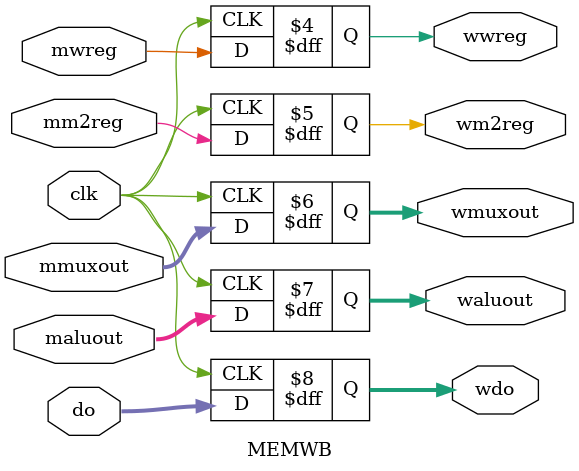
<source format=v>
`timescale 1ns / 1ps


module top(input clk, output mwreg_sig, output mm2reg_sig, output mwmem_sig, output [4:0] mmuxout_sig,
            output[31:0] maluout_sig, output [31:0] dm_sig, output ealuimm_sig, output [4:0] mux_sig);

    // Block 1: IF stage
    wire[7:0] adder_to_pc; // Output from adder
    wire[7:0] pc_out; // Output from PC register
    wire[31:0] im_to_ifid; // Output from instruction memory
    
    // Block 2: ID stage
    wire[31:0] ifid_out;
    // Outputs from the Control Unit
    wire wreg_to_idexe;
    wire m2reg_to_idexe;
    wire wmem_to_idexe;
    wire[3:0] aluc_to_idexe;
    wire aluimm_to_idexe;
    wire RegDst;
    // Output from Mux
    wire [4:0]mux_to_idexe;
    // Output from Register File
    wire [5:0]qa_to_idexe;
    wire [5:0]qb_to_idexe;
    // Output from Sign Extender
    wire[31:0] eimm_to_idexe;
    
    // Block 3: EXE stage (next lab)
    wire ewreg;
    wire em2reg;
    wire ewmem;
    wire[3:0] ealuc;
    wire ealuimm;
    wire [4:0] emuxout;
    wire [5:0] eqa;
    wire [5:0] eqb;
    wire [31:0] eeimm;
    wire [31:0] mux_to_alu;
    wire [31:0] aluout;
    
    // Block 4: MEM stage
    wire mwreg;
    wire mm2reg;
    wire mwmem;
    wire [4:0] mmuxout;
    wire [31:0] maluout;
    wire [5:0] mqb;
    wire [31:0] dm_to_memwb;
    
    // Block 5: WB stage
    wire wwreg;
    wire wm2reg;
    wire [4:0] wmuxout;
    wire [31:0] waluout;
    wire [31:0] wdo;

    // Module Instantiations
    PC pc(clk, adder_to_pc, pc_out);
    Adder adder(pc_out, adder_to_pc);   
    IM im(pc_out, im_to_ifid);
    IFID ifid(clk, im_to_ifid, ifid_out);
    CU cu(ifid_out[31:26], ifid_out[5:0], wreg_to_idexe, m2reg_to_idexe, wmem_to_idexe, aluc_to_idexe, aluimm_to_idexe, RegDst);
    Mux mux(ifid_out[15:11], ifid_out[20:16], RegDst, mux_to_idexe);
    Regfile regfile(ifid_out[25:21], ifid_out[20:16], qa_to_idexe, qb_to_idexe);
    Signext ext(ifid_out[15:0], eimm_to_idexe);
    IDEXE idexe(clk, wreg_to_idexe, m2reg_to_idexe, wmem_to_idexe, aluc_to_idexe, 
                aluimm_to_idexe, mux_to_idexe, qa_to_idexe, qb_to_idexe, eimm_to_idexe,
                ewreg, em2reg, ewmem, ealuc, ealuimm, emuxout, eqa, eqb, eeimm);
    Mux2 mux2(eqb, eeimm, ealuimm, mux_to_alu);
    ALU alu(eqa, mux_to_alu, ealuc, aluout);
    EXEMEM exemem(clk, ewreg, em2reg, ewmem, emuxout, aluout, eqb,
                    mwreg, mm2reg, mwmem, mmuxout, maluout, mqb);
    DataMem dm(maluout, mqb, mwmem, dm_to_memwb);
    MEMWB memwb(clk, mwreg, mm2reg, mmuxout, maluout, dm_to_memwb,
                    wwreg, wm2reg, wmuxout, waluout, wdo);


    // Since the instructions ask for signals written INTO MEMWB and FROM EXMEM:
    assign mwreg_sig = mwreg;
    assign mm2reg_sig = mm2reg;
    assign mwmem_sig = mwmem;
    assign mmuxout_sig = mmuxout;
    assign maluout_sig = maluout;
    assign dm_sig = dm_to_memwb;
    // for purpose of completion
    assign ealuimm_sig = ealuimm;
    assign mux_sig = mux_to_alu;
    
endmodule

module PC(input clk, input[7:0] a, output reg[7:0] q);
    // Wire to set the value of PC to its next value; PC is a register effectively
    always @(posedge clk)
        begin
            q <= a;
        end
        
    initial begin
        q = 8'd100;
        end

endmodule

module Adder(input [7:0]a, output reg[7:0] q);
    // This module is not clock-dependent. It adds the input from PC register to the constant 4 and returns it.
    // PC register should take this value to set as new value.
    wire[7:0] to_add = 8'd4;
    
    always @(*)
        begin
             q <= (a + to_add);
        end
        
endmodule

module IM(input[7:0] addr, output reg [31:0] do);
    reg [31:0] IM [0:511]; // Array of registers
    
    integer a;
    
    always @(*)
        begin
            a = addr; // integer-cast
            do = IM[a];
        end
        
    initial // Hardcoded based on the examples provided to be done
        begin
            IM[100] = 32'b10001100001000100000000000000000;
            IM[104] = 32'b10001100001000110000000000000100;
            IM[108] = 32'b10001100001001000000000000001000;
            IM[112] = 32'b10001100001001010000000000001100;
        end
endmodule

module IFID(input clk, input [31:0]a, output reg[31:0] q);
    // This is also clock-dependent. Outputs whatever it's inputted at pos clock edge.
    always @(posedge clk)
        begin
            q <= a;
        end
endmodule

module CU(input [5:0] op, input [5:0] func, 
            output reg wreg, output reg m2reg, output reg wmem, output reg[3:0] aluc, output reg aluimm, output reg regrt);
            
    always @(*) begin
        case(op) // Determination of these values depends on the opcode, and func for R-format
            6'b000000: // R-format instruction
            begin
                wreg = 1'b1;
                m2reg = 1'b0;
                wmem = 1'b0;
                regrt = 1'b1;
                aluimm = 1'b0;
                
                case(func) // Using truth table in Zybooks
                    6'b100000: // add
                        aluc = 4'b0010;
                    6'b100010: // subtract
                        aluc = 4'b0110;
                    6'b100100: // AND
                        aluc = 4'b0000;
                    6'b100101: // OR
                        aluc = 4'b0001;
                    6'b100110: // XOR
                        aluc = 4'b0010;
                    6'b000000: // shift left
                        aluc = 4'b0010;
                    6'b000010: // logical shift right
                        aluc = 4'b0110;
                        // Not in truth table
//                    6'b000011: // arithmetic shift right
//                        aluc = 4'b0010;
//                    6'b001000: // register jump
//                        aluc = 4'b0010;
                endcase
                
            end
            
            // Commented cases remain to be done in second part of lab - only necessary cases done
            
//            6'b001000: // addi
//            6'b001100: // andi
//            6'b001101: // ori
//            6'b001110: // xori
            6'b100011: // lw
                begin
                    wreg = 1'b1;
                    m2reg = 1'b1;
                    wmem = 1'b0;
                    regrt = 1'b0;
                    aluimm = 1'b1;
                    aluc = 4'b0010;
                end
            6'b101011: // sw
                begin
                    wreg = 1'b0;
                    m2reg = 1'bX;
                    wmem = 1'b1;
                    regrt = 1'bX;
                    aluimm = 1'b1;
                    aluc = 4'b0010;
                end
//            6'b000100: // beq
//            6'b000101: // bne
//            6'b001111: // lui
//            6'b000010: // j
//            6'b000011: // jal   
        endcase
    end
    
endmodule

module Mux(input [4:0]rd, input [4:0]rt, input regrt, output reg [4:0]muxout);
    always @(*) begin
        if (regrt) // select rd if RegDst is 1
            muxout <= rd;
        else // select rt if RegDst is 0
            muxout <= rt;
    end
endmodule

module Regfile(input [4:0]rs, input [4:0]rt, output reg [5:0]qa, output reg [5:0]qb);
    reg [31:0] regfile [0:31];
    
    integer a;
    integer b;
    always @(*) begin
        // qa outputs for rs and qb outputs for rt
        a = rs; // this is to integer-cast the binary input
        b = rt;
        
        qa <= regfile[a];
        qb <= regfile[b];
        
    end
    // asked to initialize all values in the regfile to 0
    integer i;
    initial begin
        for (i=0; i<32; i=i+1) begin
            regfile[i] = 0;
        end
    end    
endmodule

module Signext(input [15:0]imm, output reg [31:0]eimm);
    // converts 16 bit imm to 32 bits
    always @(*) begin
        eimm[31:0] <= { {16{imm[15]}}, imm[15:0] };
    end
endmodule

module IDEXE(input clk, input wreg, input m2reg, input wmem, input [3:0]aluc, input aluimm, input [4:0]muxout, input [5:0]qa, input [5:0]qb, input [31:0]eimm,
            output reg ewreg, output reg em2reg, output reg ewmem, output reg [3:0]ealuc, output reg ealuimm, output reg [4:0]emuxout,
            output reg [5:0]eqa, output reg [5:0]eqb, output reg[31:0] eeimm);
    // Nothing but a clock-dependent output-input setter
    always @(posedge clk)
        begin
            ewreg <= wreg;
            em2reg <= m2reg;
            ewmem <= wmem;
            ealuc <= aluc;
            ealuimm <= aluimm;
            emuxout <= muxout;
            eqa <= qa;
            eqb <= qb;
            eeimm <= eimm;
        end
endmodule

module Mux2(input [5:0] a, input [31:0] b, input sel, output reg [31:0] q);
    // Not dependent on clock; chooses 0 or 1 based on ealuimm
    always @(*) begin
        if (sel) // select eeimm if RegDst is 1
            q <= b;
        else // select eqb if RegDst is 0
            q <= a;
    end

endmodule

module ALU(input [5:0] a, input [31:0] b, input [3:0] aluc, output reg [31:0] r);
    // Not dependent on clock; performs different ops based on aluc

    always @(*) begin
        case(aluc) // Determination of these values depends on the aluc
            4'b0000: // AND
                begin
                    r <= a && b;              
                end
            
            4'b0001: // OR
                begin
                    r <= a || b;
                end
                
            4'b0010: // add
                begin
                    r <= a + b;
                end
                
            4'b0010: // subtract
                begin
                    r <= a - b;
                end
                
            4'b0010: // set on less than
                begin
                    if (a < b) begin
                        r <= 32'b1;
                    end else begin
                        r <= 32'b0;
                    end
                end
                
            4'b0010: // NOR
                begin
                    r <= ~(a || b);
                end                                            
                
        endcase
    end

endmodule

module EXEMEM(input clk, input ewreg, input em2reg, input ewmem, input [4:0]emuxout, input [31:0] aluout, input [5:0]eqb,
            output reg mwreg, output reg mm2reg, output reg mwmem, output reg [4:0]mmuxout, output reg [31:0] maluout, output reg [5:0] mqb);
    // Nothing but a clock-dependent output-input setter
    always @(posedge clk)
        begin
            mwreg <= ewreg;
            mm2reg <= em2reg;
            mwmem <= ewmem;
            mmuxout <= emuxout;
            maluout <= aluout;
            mqb <= eqb;
        end
endmodule

module DataMem(input [31:0] a, input [5:0] di, input we, output reg [31:0] do);
    // Not dependent on clock; array
    reg [31:0] dmem [0:31];
    
    integer x;
    integer y;
    always @(*) begin
        if (!we) // if we is 0, read
            // do outputs value at address a
            x = a; // this is to integer-cast the binary input
            //b = rt;
            do <= dmem[x];
        // if we is 1, write, but this lab doesn't cover that
        // input di seems relatively useless - function not specified in TB, lecture, or hints video
    end
    // asked to initialize all values in the dmem to those provided
    integer i;
    initial begin
    
        for (i=0; i<32; i=i+1) begin
            dmem[i] = 0;
        end
        
        dmem[0] = 'hA00000AA;
        dmem[1] = 'h10000011;
        dmem[2] = 'h20000022;
        dmem[3] = 'h30000033;
        dmem[4] = 'h40000044;
        dmem[5] = 'h50000055;
        dmem[6] = 'h60000066;
        dmem[7] = 'h70000077;
        dmem[8] = 'h80000088;
        dmem[9] = 'h90000099;
    end  
endmodule

module MEMWB(input clk, input mwreg, input mm2reg, input [4:0] mmuxout, input [31:0] maluout, input [31:0] do,
            output reg wwreg, output reg wm2reg, output reg [4:0] wmuxout, output reg [31:0] waluout, output reg [31:0] wdo);
    // Nothing but a clock-dependent output-input setter
    always @(posedge clk)
        begin
            wwreg <= mwreg;
            wm2reg <= mm2reg;
            wmuxout <= mmuxout;
            waluout <= maluout;
            wdo <= do;
        end
endmodule

</source>
